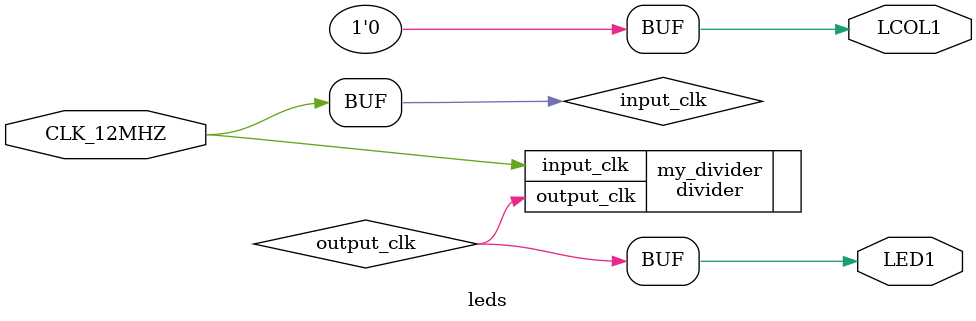
<source format=v>
module leds(output wire LED1,
            output wire LCOL1,
            input CLK_12MHZ);

wire input_clk;
wire output_clk;
assign LCOL1 = 1'b0;

assign input_clk = CLK_12MHZ;
assign LED1 = output_clk;

divider my_divider(.input_clk(input_clk), .output_clk(output_clk));

endmodule

</source>
